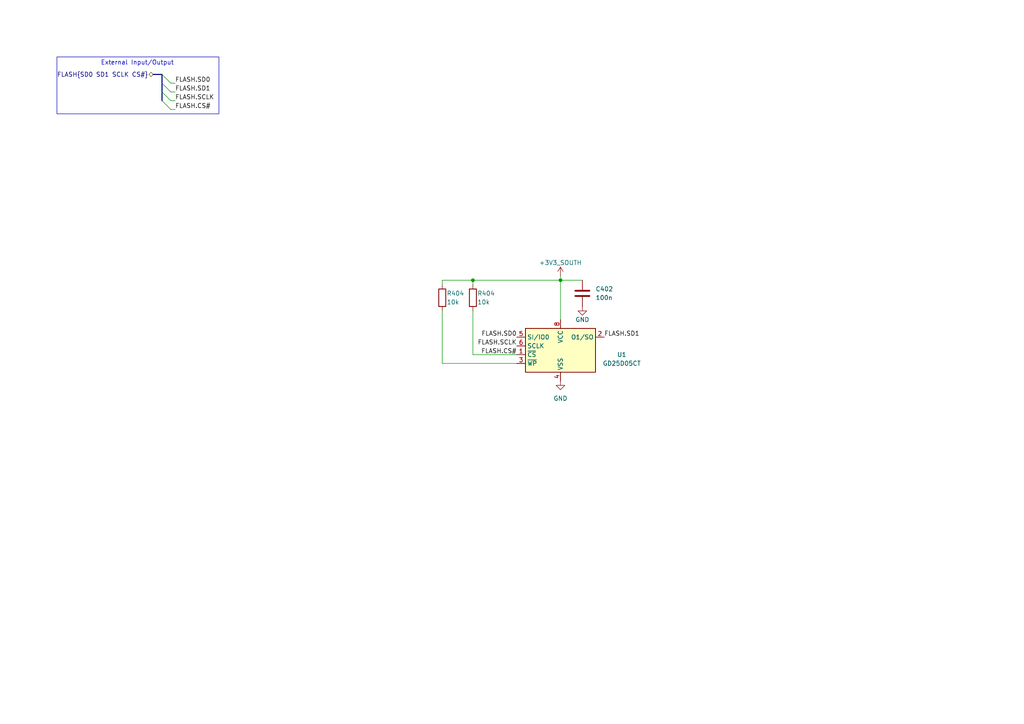
<source format=kicad_sch>
(kicad_sch (version 20221004) (generator eeschema)

  (uuid 06c27a89-0604-4d06-9b56-2e0b9554f6a9)

  (paper "A4")

  (lib_symbols
    (symbol "Device:C" (pin_numbers hide) (pin_names (offset 0.254)) (in_bom yes) (on_board yes)
      (property "Reference" "C" (at 0.635 2.54 0)
        (effects (font (size 1.27 1.27)) (justify left))
      )
      (property "Value" "C" (at 0.635 -2.54 0)
        (effects (font (size 1.27 1.27)) (justify left))
      )
      (property "Footprint" "" (at 0.9652 -3.81 0)
        (effects (font (size 1.27 1.27)) hide)
      )
      (property "Datasheet" "~" (at 0 0 0)
        (effects (font (size 1.27 1.27)) hide)
      )
      (property "ki_keywords" "cap capacitor" (at 0 0 0)
        (effects (font (size 1.27 1.27)) hide)
      )
      (property "ki_description" "Unpolarized capacitor" (at 0 0 0)
        (effects (font (size 1.27 1.27)) hide)
      )
      (property "ki_fp_filters" "C_*" (at 0 0 0)
        (effects (font (size 1.27 1.27)) hide)
      )
      (symbol "C_0_1"
        (polyline
          (pts
            (xy -2.032 -0.762)
            (xy 2.032 -0.762)
          )
          (stroke (width 0.508) (type default))
          (fill (type none))
        )
        (polyline
          (pts
            (xy -2.032 0.762)
            (xy 2.032 0.762)
          )
          (stroke (width 0.508) (type default))
          (fill (type none))
        )
      )
      (symbol "C_1_1"
        (pin passive line (at 0 3.81 270) (length 2.794)
          (name "~" (effects (font (size 1.27 1.27))))
          (number "1" (effects (font (size 1.27 1.27))))
        )
        (pin passive line (at 0 -3.81 90) (length 2.794)
          (name "~" (effects (font (size 1.27 1.27))))
          (number "2" (effects (font (size 1.27 1.27))))
        )
      )
    )
    (symbol "Device:R" (pin_numbers hide) (pin_names (offset 0)) (in_bom yes) (on_board yes)
      (property "Reference" "R" (at 2.032 0 90)
        (effects (font (size 1.27 1.27)))
      )
      (property "Value" "R" (at 0 0 90)
        (effects (font (size 1.27 1.27)))
      )
      (property "Footprint" "" (at -1.778 0 90)
        (effects (font (size 1.27 1.27)) hide)
      )
      (property "Datasheet" "~" (at 0 0 0)
        (effects (font (size 1.27 1.27)) hide)
      )
      (property "ki_keywords" "R res resistor" (at 0 0 0)
        (effects (font (size 1.27 1.27)) hide)
      )
      (property "ki_description" "Resistor" (at 0 0 0)
        (effects (font (size 1.27 1.27)) hide)
      )
      (property "ki_fp_filters" "R_*" (at 0 0 0)
        (effects (font (size 1.27 1.27)) hide)
      )
      (symbol "R_0_1"
        (rectangle (start -1.016 -2.54) (end 1.016 2.54)
          (stroke (width 0.254) (type default))
          (fill (type none))
        )
      )
      (symbol "R_1_1"
        (pin passive line (at 0 3.81 270) (length 1.27)
          (name "~" (effects (font (size 1.27 1.27))))
          (number "1" (effects (font (size 1.27 1.27))))
        )
        (pin passive line (at 0 -3.81 90) (length 1.27)
          (name "~" (effects (font (size 1.27 1.27))))
          (number "2" (effects (font (size 1.27 1.27))))
        )
      )
    )
    (symbol "Memory_Flash:GD25D05CT" (in_bom yes) (on_board yes)
      (property "Reference" "U" (at 2.54 12.7 0)
        (effects (font (size 1.27 1.27)))
      )
      (property "Value" "GD25D05CT" (at 8.89 8.89 0)
        (effects (font (size 1.27 1.27)))
      )
      (property "Footprint" "Package_SO:SOP-8_3.9x4.9mm_P1.27mm" (at 0 -15.24 0)
        (effects (font (size 1.27 1.27)) hide)
      )
      (property "Datasheet" "http://www.elm-tech.com/en/products/spi-flash-memory/gd25d10/gd25d10.pdf" (at 0 0 0)
        (effects (font (size 1.27 1.27)) hide)
      )
      (property "ki_keywords" "SPI DSPI QSPI 512Kbit 3.0V" (at 0 0 0)
        (effects (font (size 1.27 1.27)) hide)
      )
      (property "ki_description" "512kbit, 3.0V Standard and Dual Serial Flash, SOP-8" (at 0 0 0)
        (effects (font (size 1.27 1.27)) hide)
      )
      (property "ki_fp_filters" "SOP*3.9x4.9mm*P1.27mm*" (at 0 0 0)
        (effects (font (size 1.27 1.27)) hide)
      )
      (symbol "GD25D05CT_1_1"
        (rectangle (start -10.16 7.62) (end 10.16 -5.08)
          (stroke (width 0.254) (type default))
          (fill (type background))
        )
        (pin input line (at -12.7 0 0) (length 2.54)
          (name "~{CS}" (effects (font (size 1.27 1.27))))
          (number "1" (effects (font (size 1.27 1.27))))
        )
        (pin output line (at 12.7 5.08 180) (length 2.54)
          (name "O1/SO" (effects (font (size 1.27 1.27))))
          (number "2" (effects (font (size 1.27 1.27))))
        )
        (pin input line (at -12.7 -2.54 0) (length 2.54)
          (name "~{WP}" (effects (font (size 1.27 1.27))))
          (number "3" (effects (font (size 1.27 1.27))))
        )
        (pin power_in line (at 0 -7.62 90) (length 2.54)
          (name "VSS" (effects (font (size 1.27 1.27))))
          (number "4" (effects (font (size 1.27 1.27))))
        )
        (pin bidirectional line (at -12.7 5.08 0) (length 2.54)
          (name "SI/IO0" (effects (font (size 1.27 1.27))))
          (number "5" (effects (font (size 1.27 1.27))))
        )
        (pin input line (at -12.7 2.54 0) (length 2.54)
          (name "SCLK" (effects (font (size 1.27 1.27))))
          (number "6" (effects (font (size 1.27 1.27))))
        )
        (pin no_connect line (at 10.16 -2.54 180) (length 2.54) hide
          (name "NC" (effects (font (size 1.27 1.27))))
          (number "7" (effects (font (size 1.27 1.27))))
        )
        (pin power_in line (at 0 10.16 270) (length 2.54)
          (name "VCC" (effects (font (size 1.27 1.27))))
          (number "8" (effects (font (size 1.27 1.27))))
        )
      )
    )
    (symbol "power:GND" (power) (pin_names (offset 0)) (in_bom yes) (on_board yes)
      (property "Reference" "#PWR" (at 0 -6.35 0)
        (effects (font (size 1.27 1.27)) hide)
      )
      (property "Value" "GND" (at 0 -3.81 0)
        (effects (font (size 1.27 1.27)))
      )
      (property "Footprint" "" (at 0 0 0)
        (effects (font (size 1.27 1.27)) hide)
      )
      (property "Datasheet" "" (at 0 0 0)
        (effects (font (size 1.27 1.27)) hide)
      )
      (property "ki_keywords" "power-flag" (at 0 0 0)
        (effects (font (size 1.27 1.27)) hide)
      )
      (property "ki_description" "Power symbol creates a global label with name \"GND\" , ground" (at 0 0 0)
        (effects (font (size 1.27 1.27)) hide)
      )
      (symbol "GND_0_1"
        (polyline
          (pts
            (xy 0 0)
            (xy 0 -1.27)
            (xy 1.27 -1.27)
            (xy 0 -2.54)
            (xy -1.27 -1.27)
            (xy 0 -1.27)
          )
          (stroke (width 0) (type default))
          (fill (type none))
        )
      )
      (symbol "GND_1_1"
        (pin power_in line (at 0 0 270) (length 0) hide
          (name "GND" (effects (font (size 1.27 1.27))))
          (number "1" (effects (font (size 1.27 1.27))))
        )
      )
    )
    (symbol "project_power:+3V3_SOUTH" (power) (pin_names (offset 0)) (in_bom yes) (on_board yes)
      (property "Reference" "#PWR" (at 0 -3.81 0)
        (effects (font (size 1.27 1.27)) hide)
      )
      (property "Value" "+3V3_SOUTH" (at 0 3.556 0)
        (effects (font (size 1.27 1.27)))
      )
      (property "Footprint" "" (at 0 0 0)
        (effects (font (size 1.27 1.27)) hide)
      )
      (property "Datasheet" "" (at 0 0 0)
        (effects (font (size 1.27 1.27)) hide)
      )
      (property "ki_keywords" "power-flag" (at 0 0 0)
        (effects (font (size 1.27 1.27)) hide)
      )
      (property "ki_description" "Power symbol creates a global label with name \"+3V3_MCU\"" (at 0 0 0)
        (effects (font (size 1.27 1.27)) hide)
      )
      (symbol "+3V3_SOUTH_0_1"
        (polyline
          (pts
            (xy -0.762 1.27)
            (xy 0 2.54)
          )
          (stroke (width 0) (type default))
          (fill (type none))
        )
        (polyline
          (pts
            (xy 0 0)
            (xy 0 2.54)
          )
          (stroke (width 0) (type default))
          (fill (type none))
        )
        (polyline
          (pts
            (xy 0 2.54)
            (xy 0.762 1.27)
          )
          (stroke (width 0) (type default))
          (fill (type none))
        )
      )
      (symbol "+3V3_SOUTH_1_1"
        (pin power_in line (at 0 0 90) (length 0) hide
          (name "+3V3_SOUTH" (effects (font (size 1.27 1.27))))
          (number "1" (effects (font (size 1.27 1.27))))
        )
      )
    )
  )

  (junction (at 137.16 81.28) (diameter 0) (color 0 0 0 0)
    (uuid 60feb515-3937-4b0b-a4d4-1baa696bcf93)
  )
  (junction (at 162.56 81.28) (diameter 0) (color 0 0 0 0)
    (uuid e504aada-868a-490d-af7c-6a69450e75a8)
  )

  (bus_entry (at 46.99 26.67) (size 2.54 2.54)
    (stroke (width 0) (type default))
    (uuid 6e98145c-f8ad-4358-9b20-8dbbf42d6ee9)
  )
  (bus_entry (at 46.99 21.59) (size 2.54 2.54)
    (stroke (width 0) (type default))
    (uuid d37d4b5a-b5e5-4260-9c31-51d9e277292c)
  )
  (bus_entry (at 46.99 24.13) (size 2.54 2.54)
    (stroke (width 0) (type default))
    (uuid d80d2379-aae7-4443-bd5e-03d61d24182d)
  )
  (bus_entry (at 46.99 29.21) (size 2.54 2.54)
    (stroke (width 0) (type default))
    (uuid fa83cfc8-97b0-48b7-b081-11e20a307bc6)
  )

  (bus (pts (xy 46.99 26.67) (xy 46.99 29.21))
    (stroke (width 0) (type default))
    (uuid 0e8f6b7c-46aa-4b36-8ec2-c95d69c13a34)
  )

  (wire (pts (xy 49.53 31.75) (xy 50.8 31.75))
    (stroke (width 0) (type default))
    (uuid 117b79c2-dd63-4c68-bfdf-458b790fd321)
  )
  (wire (pts (xy 128.27 81.28) (xy 137.16 81.28))
    (stroke (width 0) (type default))
    (uuid 1b75c637-9d1d-4377-a1de-b36d02d666fe)
  )
  (wire (pts (xy 137.16 90.17) (xy 137.16 102.87))
    (stroke (width 0) (type default))
    (uuid 1e4b83a7-cd6a-4b2b-90f3-d5b0abd3979a)
  )
  (wire (pts (xy 137.16 81.28) (xy 162.56 81.28))
    (stroke (width 0) (type default))
    (uuid 2177b7c2-55ab-4b11-8a6f-0c46e24e6d85)
  )
  (wire (pts (xy 128.27 82.55) (xy 128.27 81.28))
    (stroke (width 0) (type default))
    (uuid 230de1eb-88bc-497c-8bef-242a7537f466)
  )
  (wire (pts (xy 162.56 80.01) (xy 162.56 81.28))
    (stroke (width 0) (type default))
    (uuid 23171933-1890-45a7-ac8b-4b57f3517c70)
  )
  (wire (pts (xy 162.56 81.28) (xy 162.56 92.71))
    (stroke (width 0) (type default))
    (uuid 46b8ff82-f8f1-459e-be37-03e3e867aa56)
  )
  (bus (pts (xy 46.99 21.59) (xy 46.99 24.13))
    (stroke (width 0) (type default))
    (uuid 519eb73d-279d-4e55-8d20-6ea4abe39c9d)
  )
  (bus (pts (xy 44.45 21.59) (xy 46.99 21.59))
    (stroke (width 0) (type default))
    (uuid 55f49b26-12f3-444c-afe3-2f70a61dab12)
  )

  (wire (pts (xy 49.53 26.67) (xy 50.8 26.67))
    (stroke (width 0) (type default))
    (uuid 583289ce-2a13-4bd6-9225-fd050b6ce687)
  )
  (wire (pts (xy 137.16 102.87) (xy 149.86 102.87))
    (stroke (width 0) (type default))
    (uuid 8847850c-9147-426e-ab04-ac64483cbb42)
  )
  (wire (pts (xy 162.56 81.28) (xy 168.91 81.28))
    (stroke (width 0) (type default))
    (uuid 99c7618a-e85d-4c38-9d52-ca4d2f90143d)
  )
  (bus (pts (xy 46.99 24.13) (xy 46.99 26.67))
    (stroke (width 0) (type default))
    (uuid b3e259c6-9bd2-41ef-bc2f-27f9fad78d37)
  )

  (wire (pts (xy 128.27 105.41) (xy 149.86 105.41))
    (stroke (width 0) (type default))
    (uuid bc5c3fad-b2c7-46a5-8aa2-cb9881195b9f)
  )
  (wire (pts (xy 128.27 90.17) (xy 128.27 105.41))
    (stroke (width 0) (type default))
    (uuid da415451-b1d9-4108-9024-c6576e05b57c)
  )
  (wire (pts (xy 49.53 24.13) (xy 50.8 24.13))
    (stroke (width 0) (type default))
    (uuid e30b110f-ff86-45e5-bd68-5e7d30adc6c8)
  )
  (wire (pts (xy 137.16 82.55) (xy 137.16 81.28))
    (stroke (width 0) (type default))
    (uuid f8ef3e27-a2d2-4b89-a321-5318b6ba6be8)
  )
  (wire (pts (xy 49.53 29.21) (xy 50.8 29.21))
    (stroke (width 0) (type default))
    (uuid fdf56f43-2768-4ec0-87a3-295dcaddb803)
  )

  (rectangle (start 16.51 16.51) (end 63.5 33.02)
    (stroke (width 0) (type default))
    (fill (type none))
    (uuid 4dd0a414-a741-4449-8c7b-51ff61b7b40c)
  )

  (text "External Input/Output" (at 29.21 19.05 0)
    (effects (font (size 1.27 1.27)) (justify left bottom))
    (uuid bd4bbfa3-5023-4942-8839-cdcb8815c99f)
  )

  (label "FLASH.CS#" (at 50.8 31.75 0) (fields_autoplaced)
    (effects (font (size 1.27 1.27)) (justify left bottom))
    (uuid 3dc36b25-cbdc-428c-8619-86a21758bf78)
  )
  (label "FLASH.SCLK" (at 50.8 29.21 0) (fields_autoplaced)
    (effects (font (size 1.27 1.27)) (justify left bottom))
    (uuid 55ab74c9-31a2-4733-b198-dfb88ae100da)
  )
  (label "FLASH.SD0" (at 149.86 97.79 180) (fields_autoplaced)
    (effects (font (size 1.27 1.27)) (justify right bottom))
    (uuid 5afc46fe-7b9c-445d-a8fc-f5b362d76f98)
  )
  (label "FLASH.SD0" (at 50.8 24.13 0) (fields_autoplaced)
    (effects (font (size 1.27 1.27)) (justify left bottom))
    (uuid 6ed04a1e-ef10-4de9-9b97-6ab91c25d168)
  )
  (label "FLASH.CS#" (at 149.86 102.87 180) (fields_autoplaced)
    (effects (font (size 1.27 1.27)) (justify right bottom))
    (uuid 8ee9b66a-2405-4e70-8f8b-dd3179c0cd47)
  )
  (label "FLASH.SD1" (at 175.26 97.79 0) (fields_autoplaced)
    (effects (font (size 1.27 1.27)) (justify left bottom))
    (uuid 9c57b08d-3460-46ec-ba5f-8a77e0c2cf52)
  )
  (label "FLASH.SD1" (at 50.8 26.67 0) (fields_autoplaced)
    (effects (font (size 1.27 1.27)) (justify left bottom))
    (uuid f8afe393-78e5-47e2-bd09-fe6769dac7d0)
  )
  (label "FLASH.SCLK" (at 149.86 100.33 180) (fields_autoplaced)
    (effects (font (size 1.27 1.27)) (justify right bottom))
    (uuid fe3cca9e-287b-4dd2-9eb1-9c77f46c5d6a)
  )

  (hierarchical_label "FLASH{SD0 SD1 SCLK CS#}" (shape bidirectional) (at 44.45 21.59 180) (fields_autoplaced)
    (effects (font (size 1.27 1.27)) (justify right))
    (uuid 7ed73e0f-a063-47f0-9ba6-7137e31ff23d)
  )

  (symbol (lib_id "Device:C") (at 168.91 85.09 0) (unit 1)
    (in_bom yes) (on_board yes) (dnp no) (fields_autoplaced)
    (uuid 38159196-53ca-4d26-a75c-c8f7e11b9cb0)
    (property "Reference" "C402" (at 172.72 83.8199 0)
      (effects (font (size 1.27 1.27)) (justify left))
    )
    (property "Value" "100n" (at 172.72 86.3599 0)
      (effects (font (size 1.27 1.27)) (justify left))
    )
    (property "Footprint" "Capacitor_SMD:C_0402_1005Metric_Pad0.74x0.62mm_HandSolder" (at 169.8752 88.9 0)
      (effects (font (size 1.27 1.27)) hide)
    )
    (property "Datasheet" "~" (at 168.91 85.09 0)
      (effects (font (size 1.27 1.27)) hide)
    )
    (pin "1" (uuid 7469ea5e-b9f7-48bb-8002-e0a0f7a70e72))
    (pin "2" (uuid a4b2ad99-5b71-498d-85ec-160d87814eab))
    (instances
      (project "mainboard"
        (path "/e63e39d7-6ac0-4ffd-8aa3-1841a4541b55/90a5bc85-07ac-4ee1-af41-887c984cc4b9"
          (reference "C402") (unit 1) (value "100n") (footprint "Capacitor_SMD:C_0402_1005Metric_Pad0.74x0.62mm_HandSolder")
        )
        (path "/e63e39d7-6ac0-4ffd-8aa3-1841a4541b55/ee636c63-5fee-42d9-b500-aef9f04ef5c4"
          (reference "C402") (unit 1) (value "100n") (footprint "Capacitor_SMD:C_0402_1005Metric_Pad0.74x0.62mm_HandSolder")
        )
        (path "/e63e39d7-6ac0-4ffd-8aa3-1841a4541b55/ee636c63-5fee-42d9-b500-aef9f04ef5c4/e539fd0d-6f44-42c6-b17c-465bf8b74b11"
          (reference "C75") (unit 1) (value "100n") (footprint "Capacitor_SMD:C_0402_1005Metric_Pad0.74x0.62mm_HandSolder")
        )
      )
    )
  )

  (symbol (lib_id "Device:R") (at 137.16 86.36 180) (unit 1)
    (in_bom yes) (on_board yes) (dnp no)
    (uuid 391e9cd6-ece2-4a6e-b121-0af848c262da)
    (property "Reference" "R404" (at 138.43 85.09 0)
      (effects (font (size 1.27 1.27)) (justify right))
    )
    (property "Value" "10k" (at 138.43 87.63 0)
      (effects (font (size 1.27 1.27)) (justify right))
    )
    (property "Footprint" "Resistor_SMD:R_0402_1005Metric_Pad0.72x0.64mm_HandSolder" (at 138.938 86.36 90)
      (effects (font (size 1.27 1.27)) hide)
    )
    (property "Datasheet" "~" (at 137.16 86.36 0)
      (effects (font (size 1.27 1.27)) hide)
    )
    (pin "1" (uuid 69bfe04e-d76d-4d2f-aa8e-d9b471804943))
    (pin "2" (uuid 18226c25-48a6-4e99-941f-98277abb9fb9))
    (instances
      (project "mainboard"
        (path "/e63e39d7-6ac0-4ffd-8aa3-1841a4541b55/90a5bc85-07ac-4ee1-af41-887c984cc4b9"
          (reference "R404") (unit 1) (value "10k") (footprint "Resistor_SMD:R_0402_1005Metric_Pad0.72x0.64mm_HandSolder")
        )
        (path "/e63e39d7-6ac0-4ffd-8aa3-1841a4541b55/ee636c63-5fee-42d9-b500-aef9f04ef5c4"
          (reference "R404") (unit 1) (value "10k") (footprint "Resistor_SMD:R_0402_1005Metric_Pad0.72x0.64mm_HandSolder")
        )
        (path "/e63e39d7-6ac0-4ffd-8aa3-1841a4541b55/ee636c63-5fee-42d9-b500-aef9f04ef5c4/e539fd0d-6f44-42c6-b17c-465bf8b74b11"
          (reference "R17") (unit 1) (value "10k") (footprint "Resistor_SMD:R_0402_1005Metric_Pad0.72x0.64mm_HandSolder")
        )
      )
    )
  )

  (symbol (lib_id "Device:R") (at 128.27 86.36 180) (unit 1)
    (in_bom yes) (on_board yes) (dnp no)
    (uuid 3c85060a-8af4-4ece-ab50-cea95c916700)
    (property "Reference" "R404" (at 129.54 85.09 0)
      (effects (font (size 1.27 1.27)) (justify right))
    )
    (property "Value" "10k" (at 129.54 87.63 0)
      (effects (font (size 1.27 1.27)) (justify right))
    )
    (property "Footprint" "Resistor_SMD:R_0402_1005Metric_Pad0.72x0.64mm_HandSolder" (at 130.048 86.36 90)
      (effects (font (size 1.27 1.27)) hide)
    )
    (property "Datasheet" "~" (at 128.27 86.36 0)
      (effects (font (size 1.27 1.27)) hide)
    )
    (pin "1" (uuid 03f40825-36cf-4ca8-b915-c4dbc9f4bddb))
    (pin "2" (uuid 37ce509b-9bf8-4ffd-9707-bff7f5e85b33))
    (instances
      (project "mainboard"
        (path "/e63e39d7-6ac0-4ffd-8aa3-1841a4541b55/90a5bc85-07ac-4ee1-af41-887c984cc4b9"
          (reference "R404") (unit 1) (value "10k") (footprint "Resistor_SMD:R_0402_1005Metric_Pad0.72x0.64mm_HandSolder")
        )
        (path "/e63e39d7-6ac0-4ffd-8aa3-1841a4541b55/ee636c63-5fee-42d9-b500-aef9f04ef5c4"
          (reference "R405") (unit 1) (value "10k") (footprint "Resistor_SMD:R_0402_1005Metric_Pad0.72x0.64mm_HandSolder")
        )
        (path "/e63e39d7-6ac0-4ffd-8aa3-1841a4541b55/ee636c63-5fee-42d9-b500-aef9f04ef5c4/e539fd0d-6f44-42c6-b17c-465bf8b74b11"
          (reference "R16") (unit 1) (value "10k") (footprint "Resistor_SMD:R_0402_1005Metric_Pad0.72x0.64mm_HandSolder")
        )
      )
    )
  )

  (symbol (lib_id "power:GND") (at 168.91 88.9 0) (unit 1)
    (in_bom yes) (on_board yes) (dnp no)
    (uuid 84dd120b-9c54-41f5-9c7b-5f4a11bb668b)
    (property "Reference" "#PWR0404" (at 168.91 95.25 0)
      (effects (font (size 1.27 1.27)) hide)
    )
    (property "Value" "GND" (at 168.91 92.71 0)
      (effects (font (size 1.27 1.27)))
    )
    (property "Footprint" "" (at 168.91 88.9 0)
      (effects (font (size 1.27 1.27)) hide)
    )
    (property "Datasheet" "" (at 168.91 88.9 0)
      (effects (font (size 1.27 1.27)) hide)
    )
    (pin "1" (uuid f8b2a9ad-5816-4a82-aae7-27b4b08afae3))
    (instances
      (project "mainboard"
        (path "/e63e39d7-6ac0-4ffd-8aa3-1841a4541b55/90a5bc85-07ac-4ee1-af41-887c984cc4b9"
          (reference "#PWR0404") (unit 1) (value "GND") (footprint "")
        )
        (path "/e63e39d7-6ac0-4ffd-8aa3-1841a4541b55/ee636c63-5fee-42d9-b500-aef9f04ef5c4"
          (reference "#PWR0404") (unit 1) (value "GND") (footprint "")
        )
        (path "/e63e39d7-6ac0-4ffd-8aa3-1841a4541b55/ee636c63-5fee-42d9-b500-aef9f04ef5c4/e539fd0d-6f44-42c6-b17c-465bf8b74b11"
          (reference "#PWR0404") (unit 1) (value "GND") (footprint "")
        )
      )
    )
  )

  (symbol (lib_id "project_power:+3V3_SOUTH") (at 162.56 80.01 0) (unit 1)
    (in_bom yes) (on_board yes) (dnp no) (fields_autoplaced)
    (uuid c2aecf02-693e-431e-909c-978f0f4113df)
    (property "Reference" "#PWR0116" (at 162.56 83.82 0)
      (effects (font (size 1.27 1.27)) hide)
    )
    (property "Value" "+3V3_SOUTH" (at 162.56 76.2 0)
      (effects (font (size 1.27 1.27)))
    )
    (property "Footprint" "" (at 162.56 80.01 0)
      (effects (font (size 1.27 1.27)) hide)
    )
    (property "Datasheet" "" (at 162.56 80.01 0)
      (effects (font (size 1.27 1.27)) hide)
    )
    (pin "1" (uuid b6791309-9d13-48ce-b751-3b1d7892fe13))
    (instances
      (project "mainboard"
        (path "/e63e39d7-6ac0-4ffd-8aa3-1841a4541b55/ee636c63-5fee-42d9-b500-aef9f04ef5c4/e539fd0d-6f44-42c6-b17c-465bf8b74b11"
          (reference "#PWR0116") (unit 1) (value "+3V3_SOUTH") (footprint "")
        )
      )
    )
  )

  (symbol (lib_id "power:GND") (at 162.56 110.49 0) (unit 1)
    (in_bom yes) (on_board yes) (dnp no) (fields_autoplaced)
    (uuid c4775f8a-d873-4143-b571-cae508d640de)
    (property "Reference" "#PWR0403" (at 162.56 116.84 0)
      (effects (font (size 1.27 1.27)) hide)
    )
    (property "Value" "GND" (at 162.56 115.57 0)
      (effects (font (size 1.27 1.27)))
    )
    (property "Footprint" "" (at 162.56 110.49 0)
      (effects (font (size 1.27 1.27)) hide)
    )
    (property "Datasheet" "" (at 162.56 110.49 0)
      (effects (font (size 1.27 1.27)) hide)
    )
    (pin "1" (uuid 4bab57cf-b1fb-4d35-ad41-8d551445bfd1))
    (instances
      (project "mainboard"
        (path "/e63e39d7-6ac0-4ffd-8aa3-1841a4541b55/90a5bc85-07ac-4ee1-af41-887c984cc4b9"
          (reference "#PWR0403") (unit 1) (value "GND") (footprint "")
        )
        (path "/e63e39d7-6ac0-4ffd-8aa3-1841a4541b55/ee636c63-5fee-42d9-b500-aef9f04ef5c4"
          (reference "#PWR0403") (unit 1) (value "GND") (footprint "")
        )
        (path "/e63e39d7-6ac0-4ffd-8aa3-1841a4541b55/ee636c63-5fee-42d9-b500-aef9f04ef5c4/e539fd0d-6f44-42c6-b17c-465bf8b74b11"
          (reference "#PWR0403") (unit 1) (value "GND") (footprint "")
        )
      )
    )
  )

  (symbol (lib_id "Memory_Flash:GD25D05CT") (at 162.56 102.87 0) (unit 1)
    (in_bom yes) (on_board yes) (dnp no)
    (uuid c4eb67eb-2b52-4190-8070-a5f9ca28b658)
    (property "Reference" "U1" (at 180.34 102.87 0)
      (effects (font (size 1.27 1.27)))
    )
    (property "Value" "GD25D05CT" (at 180.34 105.41 0)
      (effects (font (size 1.27 1.27)))
    )
    (property "Footprint" "Package_SO:SOP-8_3.9x4.9mm_P1.27mm" (at 162.56 118.11 0)
      (effects (font (size 1.27 1.27)) hide)
    )
    (property "Datasheet" "http://www.elm-tech.com/en/products/spi-flash-memory/gd25d10/gd25d10.pdf" (at 162.56 102.87 0)
      (effects (font (size 1.27 1.27)) hide)
    )
    (pin "1" (uuid c960b8a6-c1e4-4dbb-b70c-7e63014e7ac7))
    (pin "2" (uuid 3d5aa8fd-ff98-4725-a1fa-667e37476256))
    (pin "3" (uuid 6ebe3e1d-b3e9-467e-b2c5-0086c4282147))
    (pin "4" (uuid 244f0c44-017b-4bfd-ba2b-66c38d75330d))
    (pin "5" (uuid 79508b54-e018-4341-b711-3aae5d713a2e))
    (pin "6" (uuid 5a18efec-3add-44f7-a136-2847c71687c8))
    (pin "7" (uuid 5d0135a4-b5be-49e9-9ef7-f5edcaa31622))
    (pin "8" (uuid 7576acc3-8fad-40b3-8ef9-190c2d4dc56d))
    (instances
      (project "mainboard"
        (path "/e63e39d7-6ac0-4ffd-8aa3-1841a4541b55/90a5bc85-07ac-4ee1-af41-887c984cc4b9"
          (reference "U1") (unit 1) (value "GD25D05CT") (footprint "Package_SO:SOP-8_3.9x4.9mm_P1.27mm")
        )
        (path "/e63e39d7-6ac0-4ffd-8aa3-1841a4541b55/ee636c63-5fee-42d9-b500-aef9f04ef5c4"
          (reference "U1") (unit 1) (value "GD25D05CT") (footprint "Package_SO:SOP-8_3.9x4.9mm_P1.27mm")
        )
        (path "/e63e39d7-6ac0-4ffd-8aa3-1841a4541b55/ee636c63-5fee-42d9-b500-aef9f04ef5c4/e539fd0d-6f44-42c6-b17c-465bf8b74b11"
          (reference "U10") (unit 1) (value "GD25D05CT") (footprint "Package_SO:SOP-8_3.9x4.9mm_P1.27mm")
        )
      )
    )
  )
)

</source>
